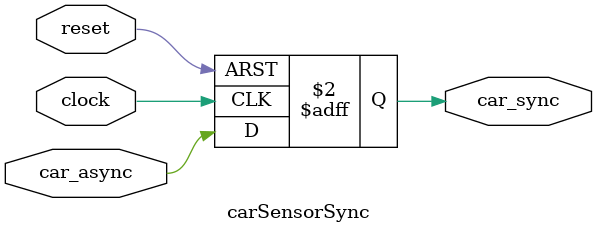
<source format=v>
`timescale 1ns / 1ps
module carSensorSync(
    input car_async,
    input clock,
    input reset,
    output reg car_sync
    );
	 
	 always @(posedge reset or posedge clock) begin
		if (reset) car_sync <= 0;
		else car_sync <= car_async;
	end

endmodule

</source>
